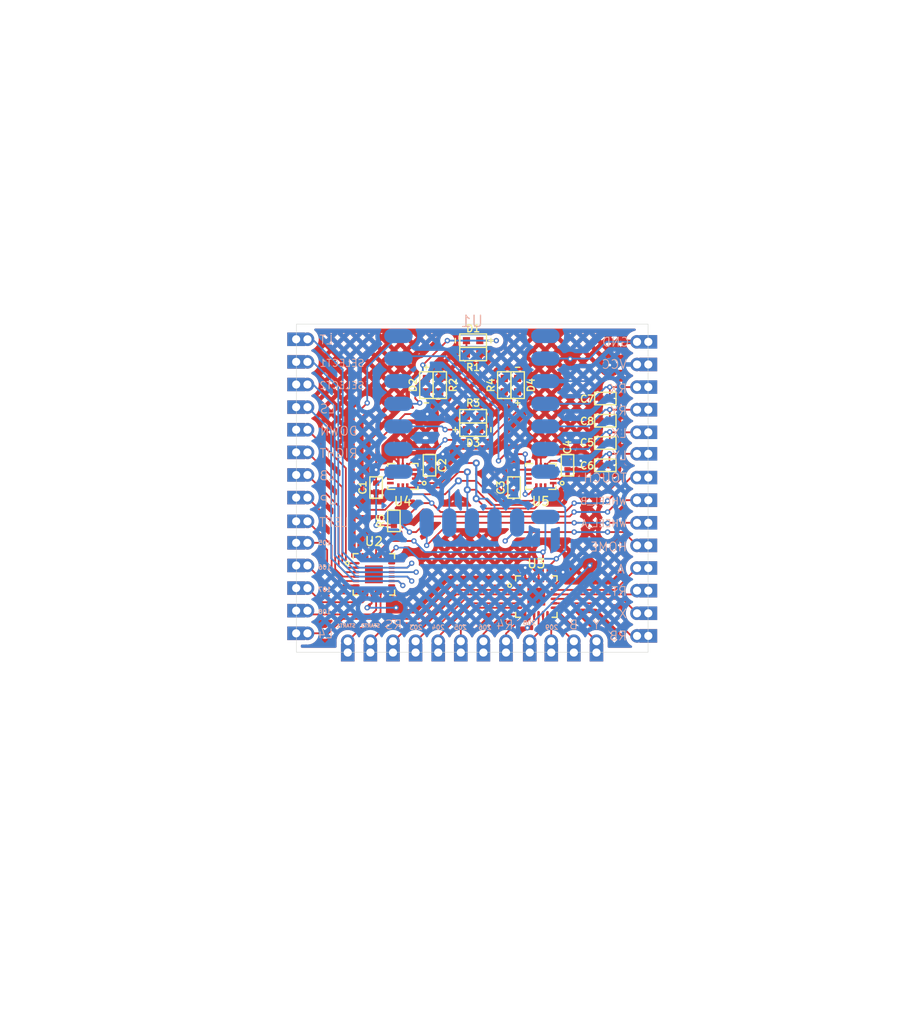
<source format=kicad_pcb>
(kicad_pcb (version 20240108) (generator "pcbnew") (generator_version "8.0")
  (layers (0 "F.Cu" signal) (31 "B.Cu" signal) (34 "B.Paste" user) (35 "F.Paste" user) (36 "B.SilkS" user "B.Silkscreen") (37 "F.SilkS" user "F.Silkscreen") (38 "B.Mask" user) (39 "F.Mask" user) (44 "Edge.Cuts" user))
  (net 0 "")
  (net 1 "SPI_CK")
  (net 2 "GND")
  (net 3 "I2C_SCL")
  (net 4 "SPI_TX")
  (net 5 "I2C_SDA")
  (net 6 "SPI_RX")
  (net 7 "VCC")
  (net 13 "/A10")
  (net 18 "SPI_CS-0")
  (net 19 "LED_UP")
  (net 20 "ThumbStick_LY")
  (net 21 "LED_LEFT")
  (net 22 "LED_DOWN")
  (net 23 "SPI_CS-1")
  (net 25 "ThumbStick_RX")
  (net 26 "ThumbStick_RY")
  (net 27 "BTN_HOME")
  (net 28 "LED_RIGHT")
  (net 29 "ThumbStick_LX")
  (net 30 "BTN_LS")
  (net 31 "BTN_LB")
  (net 32 "BTN_Select-2")
  (net 33 "BTN_Select-1")
  (net 34 "DPAD_DOWN")
  (net 35 "DPAD_LEFT")
  (net 36 "DPAD_RIGHT")
  (net 37 "BTN_L4-1")
  (net 38 "DPAD_UP")
  (net 39 "BTN_LT-1")
  (net 40 "BTN_RB")
  (net 41 "BTN_RS")
  (net 42 "BTN_R4-1")
  (net 43 "BTN_Y")
  (net 44 "BTN_A")
  (net 46 "BTN_Start-1")
  (net 47 "BTN_X")
  (net 48 "BTN_Start-2")
  (net 49 "BTN_B")
  (net 50 "BTN_RT-1")
  (net 51 "Net-(D1-K)")
  (net 52 "Net-(D2-K)")
  (net 53 "Net-(D3-K)")
  (net 54 "Net-(D4-K)")
  (net 55 "TOUCH_IN")
  (net 56 "TOUCH_OUT")
  (net 57 "WHEEL_B")
  (net 58 "WHEEL_A")
  (net 59 "108")
  (net 60 "107")
  (net 61 "105")
  (net 62 "106")
  (net 63 "204")
  (net 64 "205")
  (net 65 "206")
  (net 66 "208")
  (net 67 "209")
  (net 68 "203")
  (footprint "ILO_fp:0603" (layer "F.Cu") (at 91.9 63.75 180)
    (property "Reference" "R1")
    (property "Value" "R" (hide yes))
  )
  (footprint "Longmao_fp:邮票孔排针1x14PIN_2.54MM" (layer "F.Cu") (at 71.0518 96.48)
    (property "Reference" "J1" (hide yes))
    (property "Value" "Conn_01x14" (hide yes))
  )
  (footprint "ILO_fp:QFN24" (layer "F.Cu") (at 99 91)
    (property "Reference" "U3")
    (property "Value" "NXP_PCAL6416A" (hide yes))
  )
  (footprint "ILO_fp:0402" (layer "F.Cu") (at 106.75 71.25)
    (property "Reference" "C8")
    (property "Value" "C" (hide yes))
  )
  (footprint "ILO_fp:0603" (layer "F.Cu") (at 88.15 67.25 -90)
    (property "Reference" "R2")
    (property "Value" "R" (hide yes))
  )
  (footprint "Longmao_fp:邮票孔排针1x12PIN_2.54MM" (layer "F.Cu") (at 107.156 98.2482 90)
    (property "Reference" "J3" (hide yes))
    (property "Value" "Conn_01x12" (hide yes))
  )
  (footprint "ILO_fp:LGA14" (layer "F.Cu") (at 99.5 77.5 180)
    (property "Reference" "U5")
    (property "Value" "ST_LSM6" (hide yes))
  )
  (footprint "ILO_fp:0402" (layer "F.Cu") (at 106.75 73.75)
    (property "Reference" "C5")
    (property "Value" "C" (hide yes))
  )
  (footprint "ILO_fp:LGA14" (layer "F.Cu") (at 84 77.5 180)
    (property "Reference" "U4")
    (property "Value" "ST_LSM6" (hide yes))
  )
  (footprint "ILO_fp:QFN24" (layer "F.Cu") (at 80.75 88.5)
    (property "Reference" "U2")
    (property "Value" "NXP_PCAL6416A" (hide yes))
  )
  (footprint "ILO_fp:0603_d" (layer "F.Cu") (at 91.9 72.25 180)
    (property "Reference" "D3")
    (property "Value" "Diode" (hide yes))
  )
  (footprint "ILO_fp:0603" (layer "F.Cu") (at 95.4 67.25 90)
    (property "Reference" "R4")
    (property "Value" "R" (hide yes))
  )
  (footprint "ILO_fp:0603_d" (layer "F.Cu") (at 96.9 67.25 -90)
    (property "Reference" "D4")
    (property "Value" "Diode" (hide yes))
  )
  (footprint "ILO_fp:0603_d" (layer "F.Cu") (at 91.9 62.25)
    (property "Reference" "D1")
    (property "Value" "Diode" (hide yes))
  )
  (footprint "ILO_fp:0402" (layer "F.Cu") (at 96.5 78.75 90)
    (property "Reference" "C3")
    (property "Value" "C" (hide yes))
  )
  (footprint "ILO_fp:0402" (layer "F.Cu") (at 83 82.5 90)
    (property "Reference" "R5")
    (property "Value" "R6" (hide yes))
  )
  (footprint "ILO_fp:0603" (layer "F.Cu") (at 91.9 70.75)
    (property "Reference" "R3")
    (property "Value" "R" (hide yes))
  )
  (footprint "ILO_fp:0402" (layer "F.Cu") (at 81 78.75 90)
    (property "Reference" "C1")
    (property "Value" "C" (hide yes))
  )
  (footprint "ILO_fp:0402" (layer "F.Cu") (at 87 76.25 90)
    (property "Reference" "C2")
    (property "Value" "C" (hide yes))
  )
  (footprint "ILO_fp:0402" (layer "F.Cu") (at 106.75 76.25)
    (property "Reference" "C6")
    (property "Value" "C" (hide yes))
  )
  (footprint "ILO_fp:0402" (layer "F.Cu") (at 102.5 76.25 90)
    (property "Reference" "C4")
    (property "Value" "C" (hide yes))
  )
  (footprint "ILO_fp:0603_d" (layer "F.Cu") (at 86.65 67.25 90)
    (property "Reference" "D2")
    (property "Value" "Diode" (hide yes))
  )
  (footprint "Longmao_fp:邮票孔排针1x14PIN_2.54MM" (layer "F.Cu") (at 112.5482 61.03 180)
    (property "Reference" "J2" (hide yes))
    (property "Value" "Conn_01x14" (hide yes))
  )
  (footprint "ILO_fp:0402" (layer "F.Cu") (at 106.75 68.75)
    (property "Reference" "C7")
    (property "Value" "C" (hide yes))
  )
  (footprint "Longmao_fp:RP2040-ZERO_SMT" (layer "B.Cu") (at 92.65 71.25 180)
    (property "Reference" "U1")
    (property "Value" "微雪RP2040-ZERO" (hide yes))
  )
  (gr_rect (start 72.05 60.4) (end 111.55 97.25) (stroke (width 0.05)) (fill none) (layer "Edge.Cuts"))
  (gr_text "LB" (at 76.5 78 0) (layer "B.SilkS") (effects (font (size 1 1) (thickness 0.1)) (justify left bottom mirror)))
  (gr_text "X" (at 109.25 93.5 0) (layer "B.SilkS") (effects (font (size 1 1) (thickness 0.1)) (justify left bottom mirror)))
  (gr_text "208" (at 99 94.25 0) (layer "B.SilkS") (effects (font (size 0.5 0.5) (thickness 0.1)) (justify left bottom mirror)))
  (gr_text "LEFT" (at 78 83.25 0) (layer "B.SilkS") (effects (font (size 1 1) (thickness 0.1)) (justify left bottom mirror)))
  (gr_text "107" (at 76 90.5 0) (layer "B.SilkS") (effects (font (size 0.5 0.5) (thickness 0.1)) (justify left bottom mirror)))
  (gr_text "GND" (at 109.5 63 0) (layer "B.SilkS") (effects (font (size 1 1) (thickness 0.1)) (justify left bottom mirror)))
  (gr_text "B" (at 103.75 94.75 0) (layer "B.SilkS") (effects (font (size 1 1) (thickness 0.1)) (justify left bottom mirror)))
  (gr_text "HOME" (at 109.25 86 0) (layer "B.SilkS") (effects (font (size 1 1) (thickness 0.1)) (justify left bottom mirror)))
  (gr_text "SELECT1" (at 79.75 65.25 0) (layer "B.SilkS") (effects (font (size 0.8 0.8) (thickness 0.1)) (justify left bottom mirror)))
  (gr_text "TOUCH" (at 109.25 78.25 0) (layer "B.SilkS") (effects (font (size 1 1) (thickness 0.1)) (justify left bottom mirror)))
  (gr_text "205" (at 91.25 94.75 0) (layer "B.SilkS") (effects (font (size 0.5 0.5) (thickness 0.1)) (justify left bottom mirror)))
  (gr_text "DOWN" (at 79 73 0) (layer "B.SilkS") (effects (font (size 1 1) (thickness 0.1)) (justify left bottom mirror)))
  (gr_text "START2" (at 81.5 94.5 0) (layer "B.SilkS") (effects (font (size 0.4 0.4) (thickness 0.1)) (justify left bottom mirror)))
  (gr_text "UP" (at 76.75 80.75 0) (layer "B.SilkS") (effects (font (size 1 1) (thickness 0.1)) (justify left bottom mirror)))
  (gr_text "203" (at 86.25 94.75 0) (layer "B.SilkS") (effects (font (size 0.5 0.5) (thickness 0.1)) (justify left bottom mirror)))
  (gr_text "RB" (at 109.25 96 0) (layer "B.SilkS") (effects (font (size 1 1) (thickness 0.1)) (justify left bottom mirror)))
  (gr_text "204" (at 88.75 94.75 0) (layer "B.SilkS") (effects (font (size 0.5 0.5) (thickness 0.1)) (justify left bottom mirror)))
  (gr_text "SELECT2" (at 79.75 67.75 0) (layer "B.SilkS") (effects (font (size 0.8 0.8) (thickness 0.1)) (justify left bottom mirror)))
  (gr_text "RS" (at 84 94.75 0) (layer "B.SilkS") (effects (font (size 1 1) (thickness 0.1)) (justify left bottom mirror)))
  (gr_text "LX" (at 109.25 73.25 0) (layer "B.SilkS") (effects (font (size 1 1) (thickness 0.1)) (justify left bottom mirror)))
  (gr_text "RIGHT" (at 79 75.5 0) (layer "B.SilkS") (effects (font (size 1 1) (thickness 0.1)) (justify left bottom mirror)))
  (gr_text "LT" (at 76.25 62.75 0) (layer "B.SilkS") (effects (font (size 1 1) (thickness 0.1)) (justify left bottom mirror)))
  (gr_text "108" (at 76 93 0) (layer "B.SilkS") (effects (font (size 0.5 0.5) (thickness 0.1)) (justify left bottom mirror)))
  (gr_text "105" (at 76 85.25 0) (layer "B.SilkS") (effects (font (size 0.5 0.5) (thickness 0.1)) (justify left bottom mirror)))
  (gr_text "RT" (at 109.25 91 0) (layer "B.SilkS") (effects (font (size 1 1) (thickness 0.1)) (justify left bottom mirror)))
  (gr_text "Y" (at 106.25 94.75 0) (layer "B.SilkS") (effects (font (size 1 1) (thickness 0.1)) (justify left bottom mirror)))
  (gr_text "WHEEL_B" (at 109.25 80.75 0) (layer "B.SilkS") (effects (font (size 0.8 0.8) (thickness 0.1)) (justify left bottom mirror)))
  (gr_text "START1" (at 78.75 94.5 0) (layer "B.SilkS") (effects (font (size 0.4 0.4) (thickness 0.1) (bold yes)) (justify left bottom mirror)))
  (gr_text "VCC" (at 109.25 65.5 0) (layer "B.SilkS") (effects (font (size 1 1) (thickness 0.1)) (justify left bottom mirror)))
  (gr_text "RX" (at 109.25 68.25 0) (layer "B.SilkS") (effects (font (size 1 1) (thickness 0.1)) (justify left bottom mirror)))
  (gr_text "LY" (at 109.25 75.75 0) (layer "B.SilkS") (effects (font (size 1 1) (thickness 0.1)) (justify left bottom mirror)))
  (gr_text "A" (at 109 88.5 0) (layer "B.SilkS") (effects (font (size 1 1) (thickness 0.1)) (justify left bottom mirror)))
  (gr_text "209" (at 101.5 94.75 0) (layer "B.SilkS") (effects (font (size 0.5 0.5) (thickness 0.1)) (justify left bottom mirror)))
  (gr_text "RY" (at 109.25 70.75 0) (layer "B.SilkS") (effects (font (size 1 1) (thickness 0.1)) (justify left bottom mirror)))
  (gr_text "R4" (at 96.5 94.75 0) (layer "B.SilkS") (effects (font (size 1 1) (thickness 0.1)) (justify left bottom mirror)))
  (gr_text "106" (at 76 88 0) (layer "B.SilkS") (effects (font (size 0.5 0.5) (thickness 0.1)) (justify left bottom mirror)))
  (gr_text "L4" (at 76.25 95.75 0) (layer "B.SilkS") (effects (font (size 1 1) (thickness 0.1)) (justify left bottom mirror)))
  (gr_text "WHEEL_A" (at 109.25 83.25 0) (layer "B.SilkS") (effects (font (size 0.8 0.8) (thickness 0.1)) (justify left bottom mirror)))
  (gr_text "LS" (at 76.5 70.5 0) (layer "B.SilkS") (effects (font (size 1 1) (thickness 0.1)) (justify left bottom mirror)))
  (gr_text "206" (at 94 94.75 0) (layer "B.SilkS") (effects (font (size 0.5 0.5) (thickness 0.1)) (justify left bottom mirror)))
  (segment (start 99.5 78.648) (end 99.5 79.2605) (width 0.2) (layer "F.Cu") (net 1))
  (segment (start 99.5 79.2605) (end 98.5105 80.25) (width 0.2) (layer "F.Cu") (net 1))
  (segment (start 84 79.2605) (end 84.2395 79.5) (width 0.2) (layer "F.Cu") (net 1))
  (segment (start 84.2395 79.5) (end 88.75 79.5) (width 0.2) (layer "F.Cu") (net 1))
  (segment (start 84 78.648) (end 84 79.2605) (width 0.2) (layer "F.Cu") (net 1))
  (segment (start 92.25 78) (end 90.25 78) (width 0.2) (layer "F.Cu") (net 1))
  (segment (start 88.75 79.5) (end 90.25 78) (width 0.2) (layer "F.Cu") (net 1))
  (segment (start 94.5 80.25) (end 92.25 78) (width 0.2) (layer "F.Cu") (net 1))
  (segment (start 98.5105 80.25) (end 94.5 80.25) (width 0.2) (layer "F.Cu") (net 1))
  (via (at 90.25 78) (size 0.8) (drill 0.4) (layers "F.Cu" "B.Cu") (net 1))
  (segment (start 89.221 79.029) (end 89.221 82.68) (width 0.2) (layer "B.Cu") (net 1))
  (segment (start 90.25 78) (end 89.221 79.029) (width 0.2) (layer "B.Cu") (net 1))
  (segment (start 101.5 77.75) (end 102 78.25) (width 0.2) (layer "F.Cu") (net 2))
  (segment (start 98 94.5) (end 98.75 93.75) (width 0.2) (layer "F.Cu") (net 2))
  (segment (start 85.398 77.75) (end 86.25 77.75) (width 0.2) (layer "F.Cu") (net 2))
  (segment (start 100.898 77.25) (end 100.898 77.75) (width 0.2) (layer "F.Cu") (net 2))
  (segment (start 86.25 77.75) (end 87.75 77.75) (width 0.2) (layer "F.Cu") (net 2))
  (segment (start 95.25 79.25) (end 94.75 78.75) (width 0.2) (layer "F.Cu") (net 2))
  (segment (start 99.5 76.352) (end 99.5 75.25) (width 0.2) (layer "F.Cu") (net 2))
  (segment (start 82.75 90.25) (end 83.5 91) (width 0.2) (layer "F.Cu") (net 2))
  (segment (start 96.5 79.25) (end 95.25 79.25) (width 0.2) (layer "F.Cu") (net 2))
  (segment (start 98.75 93.75) (end 98.75 93) (width 0.2) (layer "F.Cu") (net 2))
  (segment (start 84 76.352) (end 84 75.25) (width 0.2) (layer "F.Cu") (net 2))
  (segment (start 87.75 77.75) (end 88.5 77) (width 0.2) (layer "F.Cu") (net 2))
  (segment (start 85.398 77.25) (end 85.398 77.75) (width 0.2) (layer "F.Cu") (net 2))
  (segment (start 80.5 91.75) (end 80 92.25) (width 0.2) (layer "F.Cu") (net 2))
  (segment (start 83.5 76) (end 83 75.5) (width 0.2) (layer "F.Cu") (net 2))
  (segment (start 100.898 77.75) (end 101.5 77.75) (width 0.2) (layer "F.Cu") (net 2))
  (segment (start 99 75.75) (end 98.75 75.5) (width 0.2) (layer "F.Cu") (net 2))
  (segment (start 99 76.352) (end 99 75.75) (width 0.2) (layer "F.Cu") (net 2))
  (segment (start 87 76.75) (end 88 76.75) (width 0.2) (layer "F.Cu") (net 2))
  (segment (start 80.5 90.5) (end 80.5 91.75) (width 0.2) (layer "F.Cu") (net 2))
  (segment (start 83.5 76.352) (end 83.5 76) (width 0.2) (layer "F.Cu") (net 2))
  (segment (start 82.75 89.75) (end 82.75 90.25) (width 0.2) (layer "F.Cu") (net 2))
  (segment (start 88 76.75) (end 88.5 76.25) (width 0.2) (layer "F.Cu") (net 2))
  (via (at 105 87.5) (size 0.6) (drill 0.3) (layers "F.Cu" "B.Cu") (net 2))
  (via (at 83.25 92.25) (size 0.6) (drill 0.3) (layers "F.Cu" "B.Cu") (net 2))
  (via (at 102.8 64.3) (size 0.6) (drill 0.3) (layers "F.Cu" "B.Cu") (net 2))
  (via (at 80 92.25) (size 0.6) (drill 0.3) (layers "F.Cu" "B.Cu") (net 2))
  (via (at 98 94.5) (size 0.6) (drill 0.3) (layers "F.Cu" "B.Cu") (net 2))
  (segment (start 102.765 64.265) (end 100.016 64.265) (width 0.2) (layer "B.Cu") (net 2))
  (segment (start 98 94.5) (end 105 87.5) (width 0.2) (layer "B.Cu") (net 2))
  (segment (start 102.8 64.3) (end 102.765 64.265) (width 0.2) (layer "B.Cu") (net 2))
  (segment (start 102.835 64.265) (end 104.985 64.265) (width 0.2) (layer "B.Cu") (net 2))
  (segment (start 105 87.5) (end 105.25 87.25) (width 0.2) (layer "B.Cu") (net 2))
  (segment (start 80 92.25) (end 83.25 92.25) (width 0.2) (layer "B.Cu") (net 2))
  (segment (start 104.985 64.265) (end 106.86 62.39) (width 0.2) (layer "B.Cu") (net 2))
  (segment (start 106.86 62.39) (end 110.31 62.39) (width 0.2) (layer "B.Cu") (net 2))
  (segment (start 102.8 64.3) (end 102.835 64.265) (width 0.2) (layer "B.Cu") (net 2))
  (segment (start 82.25 86.5) (end 82 86.5) (width 0.2) (layer "F.Cu") (net 3))
  (segment (start 100.25 87.75) (end 100.25 89) (width 0.2) (layer "F.Cu") (net 3))
  (segment (start 83.25 85.5) (end 82.25 86.5) (width 0.2) (layer "F.Cu") (net 3))
  (segment (start 101.25 86.75) (end 100.25 87.75) (width 0.2) (layer "F.Cu") (net 3))
  (via (at 83.25 85.5) (size 0.6) (drill 0.3) (layers "F.Cu" "B.Cu") (net 3))
  (via (at 101.25 86.75) (size 0.6) (drill 0.3) (layers "F.Cu" "B.Cu") (net 3))
  (segment (start 100.755 79.505) (end 100.016 79.505) (width 0.2) (layer "B.Cu") (net 3))
  (segment (start 102.25 81) (end 100.755 79.505) (width 0.2) (layer "B.Cu") (net 3))
  (segment (start 84.5 85.5) (end 85.75 86.75) (width 0.2) (layer "B.Cu") (net 3))
  (segment (start 83.25 85.5) (end 84.5 85.5) (width 0.2) (layer "B.Cu") (net 3))
  (segment (start 85.75 86.75) (end 101.25 86.75) (width 0.2) (layer "B.Cu") (net 3))
  (segment (start 102.25 85.75) (end 102.25 81) (width 0.2) (layer "B.Cu") (net 3))
  (segment (start 101.25 86.75) (end 102.25 85.75) (width 0.2) (layer "B.Cu") (net 3))
  (segment (start 98.626186 80.7) (end 93.93995 80.7) (width 0.2) (layer "F.Cu") (net 4))
  (segment (start 90.26005 77) (end 91.25 77) (width 0.2) (layer "F.Cu") (net 4))
  (segment (start 84.602 78.75) (end 88.51005 78.75) (width 0.2) (layer "F.Cu") (net 4))
  (segment (start 88.51005 78.75) (end 90.26005 77) (width 0.2) (layer "F.Cu") (net 4))
  (segment (start 100 79.326186) (end 98.626186 80.7) (width 0.2) (layer "F.Cu") (net 4))
  (segment (start 100 78.648) (end 100 79.326186) (width 0.2) (layer "F.Cu") (net 4))
  (segment (start 92.23995 79) (end 91.25 79) (width 0.2) (layer "F.Cu") (net 4))
  (segment (start 93.93995 80.7) (end 92.23995 79) (width 0.2) (layer "F.Cu") (net 4))
  (segment (start 84.5 78.648) (end 84.602 78.75) (width 0.2) (layer "F.Cu") (net 4))
  (via (at 91.25 79) (size 0.8) (drill 0.4) (layers "F.Cu" "B.Cu") (net 4))
  (via (at 91.25 77) (size 0.8) (drill 0.4) (layers "F.Cu" "B.Cu") (net 4))
  (segment (start 91.25 82.169) (end 91.761 82.68) (width 0.2) (layer "B.Cu") (net 4))
  (segment (start 91.25 79) (end 91.25 77) (width 0.25) (layer "B.Cu") (net 4))
  (segment (start 91.25 79) (end 91.25 82.169) (width 0.2) (layer "B.Cu") (net 4))
  (segment (start 85.25 84.75) (end 82.5 84.75) (width 0.2) (layer "F.Cu") (net 5))
  (segment (start 82.5 84.75) (end 81.5 85.75) (width 0.2) (layer "F.Cu") (net 5))
  (segment (start 99.75 86) (end 99.75 89) (width 0.2) (layer "F.Cu") (net 5))
  (segment (start 81.5 85.75) (end 81.5 86.5) (width 0.2) (layer "F.Cu") (net 5))
  (via (at 99.75 86) (size 0.6) (drill 0.3) (layers "F.Cu" "B.Cu") (net 5))
  (via (at 85.25 84.75) (size 0.6) (drill 0.3) (layers "F.Cu" "B.Cu") (net 5))
  (segment (start 99.75 86) (end 100.016 85.734) (width 0.2) (layer "B.Cu") (net 5))
  (segment (start 85.25 84.75) (end 86.5 86) (width 0.2) (layer "B.Cu") (net 5))
  (segment (start 100.016 85.734) (end 100.016 82.045) (width 0.2) (layer "B.Cu") (net 5))
  (segment (start 86.5 86) (end 99.75 86) (width 0.2) (layer "B.Cu") (net 5))
  (segment (start 93.35 81.1) (end 92.25 80) (width 0.2) (layer "F.Cu") (net 6))
  (segment (start 100.898 78.25) (end 100.898 78.993872) (width 0.2) (layer "F.Cu") (net 6))
  (segment (start 98.791872 81.1) (end 93.35 81.1) (width 0.2) (layer "F.Cu") (net 6))
  (segment (start 100.898 78.993872) (end 98.791872 81.1) (width 0.2) (layer "F.Cu") (net 6))
  (segment (start 85.398 78.25) (end 88.25 78.25) (width 0.2) (layer "F.Cu") (net 6))
  (segment (start 90.5 76) (end 92.25 76) (width 0.2) (layer "F.Cu") (net 6))
  (segment (start 88.25 78.25) (end 90.5 76) (width 0.2) (layer "F.Cu") (net 6))
  (via (at 92.25 76) (size 0.8) (drill 0.4) (layers "F.Cu" "B.Cu") (net 6))
  (via (at 92.25 80) (size 0.8) (drill 0.4) (layers "F.Cu" "B.Cu") (net 6))
  (segment (start 94.301 80.801) (end 94.301 82.68) (width 0.2) (layer "B.Cu") (net 6))
  (segment (start 92.25 80) (end 92.25 76) (width 0.25) (layer "B.Cu") (net 6))
  (segment (start 93.5 80) (end 94.301 80.801) (width 0.2) (layer "B.Cu") (net 6))
  (segment (start 92.25 80) (end 93.5 80) (width 0.2) (layer "B.Cu") (net 6))
  (segment (start 96.5 76.75) (end 96.5 78.25) (width 0.2) (layer "F.Cu") (net 7))
  (segment (start 97.75 87.75) (end 97.75 89) (width 0.2) (layer "F.Cu") (net 7))
  (segment (start 81 86.5) (end 81 85.25) (width 0.2) (layer "F.Cu") (net 7))
  (segment (start 97.75 89) (end 98.25 89) (width 0.2) (layer "F.Cu") (net 7))
  (segment (start 100 76.352) (end 100.602 75.75) (width 0.2) (layer "F.Cu") (net 7))
  (segment (start 98.514508 87.75) (end 99.25 88.485492) (width 0.2) (layer "F.Cu") (net 7))
  (segment (start 80 86.5) (end 80 85.25) (width 0.2) (layer "F.Cu") (net 7))
  (segment (start 102 88.25) (end 102 88.75) (width 0.2) (layer "F.Cu") (net 7))
  (segment (start 102.5 75.75) (end 104 75.75) (width 0.2) (layer "F.Cu") (net 7))
  (segment (start 84.25 70.5) (end 86.75 70.5) (width 0.2) (layer "F.Cu") (net 7))
  (segment (start 107.25 65) (end 107.32 64.93) (width 0.2) (layer "F.Cu") (net 7))
  (segment (start 97.75 87.75) (end 98.514508 87.75) (width 0.2) (layer "F.Cu") (net 7))
  (segment (start 102 88.75) (end 101 89.75) (width 0.2) (layer "F.Cu") (net 7))
  (segment (start 85.102 75.75) (end 87 75.75) (width 0.2) (layer "F.Cu") (net 7))
  (segment (start 79.5 86.5) (end 80 86.5) (width 0.2) (layer "F.Cu") (net 7))
  (segment (start 80 85.25) (end 80.5 84.75) (width 0.2) (layer "F.Cu") (net 7))
  (segment (start 81 73.75) (end 84.25 70.5) (width 0.2) (layer "F.Cu") (net 7))
  (segment (start 87 75.75) (end 87.75 75.75) (width 0.2) (layer "F.Cu") (net 7))
  (segment (start 81 76.75) (end 81 73.75) (width 0.2) (layer "F.Cu") (net 7))
  (segment (start 84.5 76.352) (end 85.102 75.75) (width 0.2) (layer "F.Cu") (net 7))
  (segment (start 81 85.25) (end 80.5 84.75) (width 0.2) (layer "F.Cu") (net 7))
  (segment (start 107.32 64.93) (end 110.31 64.93) (width 0.2) (layer "F.Cu") (net 7))
  (segment (start 99.25 88.485492) (end 99.25 89) (width 0.2) (layer "F.Cu") (net 7))
  (segment (start 96.5 76.75) (end 98.102 76.75) (width 0.2) (layer "F.Cu") (net 7))
  (segment (start 87.75 75.75) (end 88.5 75) (width 0.2) (layer "F.Cu") (net 7))
  (segment (start 100.602 75.75) (end 102.5 75.75) (width 0.2) (layer "F.Cu") (net 7))
  (segment (start 81 76.75) (end 82.602 76.75) (width 0.2) (layer "F.Cu") (net 7))
  (segment (start 81 76.75) (end 81 78.25) (width 0.2) (layer "F.Cu") (net 7))
  (via (at 88.5 75) (size 0.6) (drill 0.3) (layers "F.Cu" "B.Cu") (net 7))
  (via (at 107.25 65) (size 0.6) (drill 0.3) (layers "F.Cu" "B.Cu") (net 7))
  (via (at 81 76.75) (size 0.6) (drill 0.3) (layers "F.Cu" "B.Cu") (net 7))
  (via (at 96.5 76.75) (size 0.6) (drill 0.3) (layers "F.Cu" "B.Cu") (net 7))
  (via (at 86.75 70.5) (size 0.6) (drill 0.3) (layers "F.Cu" "B.Cu") (net 7))
  (via (at 102 88.25) (size 0.6) (drill 0.3) (layers "F.Cu" "B.Cu") (net 7))
  (via (at 80.5 84.75) (size 0.6) (drill 0.3) (layers "F.Cu" "B.Cu") (net 7))
  (via (at 97.75 87.75) (size 0.6) (drill 0.3) (layers "F.Cu" "B.Cu") (net 7))
  (via (at 104 75.75) (size 0.6) (drill 0.3) (layers "F.Cu" "B.Cu") (net 7))
  (segment (start 107.18 64.93) (end 107.25 65) (width 0.2) (layer "B.Cu") (net 7))
  (segment (start 100.016 66.805) (end 104.695 66.805) (width 0.2) (layer "B.Cu") (net 7))
  (segment (start 106.57 64.93) (end 107.18 64.93) (width 0.2) (layer "B.Cu") (net 7))
  (segment (start 104.695 66.805) (end 106.57 64.93) (width 0.2) (layer "B.Cu") (net 7))
  (segment (start 107.25 65) (end 107.32 64.93) (width 0.2) (layer "B.Cu") (net 7))
  (segment (start 79.25 81.25) (end 82 81.25) (width 0.2) (layer "F.Cu") (net 18))
  (segment (start 80 69.25) (end 78.5 70.75) (width 0.2) (layer "F.Cu") (net 18))
  (segment (start 78.5 80.5) (end 79.25 81.25) (width 0.2) (layer "F.Cu") (net 18))
  (segment (start 82 81.25) (end 83.5 79.75) (width 0.2) (layer "F.Cu") (net 18))
  (segment (start 83.5 79.75) (end 83.5 78.648) (width 0.2) (layer "F.Cu") (net 18))
  (segment (start 78.5 70.75) (end 78.5 80.5) (width 0.2) (layer "F.Cu") (net 18))
  (via (at 80 69.25) (size 0.6) (drill 0.3) (layers "F.Cu" "B.Cu") (net 18))
  (segment (start 80 69.25) (end 80 65.231) (width 0.2) (layer "B.Cu") (net 18))
  (segment (start 80 65.231) (end 83.506 61.725) (width 0.2) (layer "B.Cu") (net 18))
  (segment (start 86.25 65) (end 89 62.25) (width 0.2) (layer "F.Cu") (net 19))
  (segment (start 94.5 62.25) (end 92.65 62.25) (width 0.2) (layer "F.Cu") (net 19))
  (via (at 89 62.25) (size 0.6) (drill 0.3) (layers "F.Cu" "B.Cu") (net 19))
  (via (at 86.25 65) (size 0.6) (drill 0.3) (layers "F.Cu" "B.Cu") (net 19))
  (via (at 94.5 62.25) (size 0.6) (drill 0.3) (layers "F.Cu" "B.Cu") (net 19))
  (segment (start 89 62.25) (end 94.5 62.25) (width 0.2) (layer "B.Cu") (net 19))
  (segment (start 86.25 65) (end 86.25 65.65) (width 0.2) (layer "B.Cu") (net 19))
  (segment (start 86.25 65.65) (end 85.095 66.805) (width 0.2) (layer "B.Cu") (net 19))
  (segment (start 85.095 66.805) (end 83.506 66.805) (width 0.2) (layer "B.Cu") (net 19))
  (segment (start 107.213 74.963) (end 107.213 76.213) (width 0.2) (layer "F.Cu") (net 20))
  (segment (start 107.213 74.963) (end 110.31 74.963) (width 0.2) (layer "F.Cu") (net 20))
  (segment (start 107.213 76.213) (end 107.25 76.25) (width 0.2) (layer "F.Cu") (net 20))
  (via (at 107.213 74.963) (size 0.6) (drill 0.3) (layers "F.Cu" "B.Cu") (net 20))
  (segment (start 104.785 76.965) (end 100.016 76.965) (width 0.2) (layer "B.Cu") (net 20))
  (segment (start 107.213 74.963) (end 107.287 74.963) (width 0.2) (layer "B.Cu") (net 20))
  (segment (start 107.213 74.963) (end 106.787 74.963) (width 0.2) (layer "B.Cu") (net 20))
  (segment (start 106.787 74.963) (end 104.785 76.965) (width 0.2) (layer "B.Cu") (net 20))
  (segment (start 85.4 67.425) (end 86.325 66.5) (width 0.2) (layer "F.Cu") (net 21))
  (segment (start 85.9 69.25) (end 85.4 68.75) (width 0.2) (layer "F.Cu") (net 21))
  (segment (start 86.325 66.5) (end 86.65 66.5) (width 0.2) (layer "F.Cu") (net 21))
  (segment (start 85.4 68.75) (end 85.4 67.425) (width 0.2) (layer "F.Cu") (net 21))
  (via (at 85.9 69.25) (size 0.6) (drill 0.3) (layers "F.Cu" "B.Cu") (net 21))
  (segment (start 85.805 69.345) (end 83.506 69.345) (width 0.2) (layer "B.Cu") (net 21))
  (segment (start 85.9 69.25) (end 85.805 69.345) (width 0.2) (layer "B.Cu") (net 21))
  (segment (start 88.75 72.25) (end 91.15 72.25) (width 0.2) (layer "F.Cu") (net 22))
  (via (at 88.75 72.25) (size 0.6) (drill 0.3) (layers "F.Cu" "B.Cu") (net 22))
  (segment (start 88.75 72.25) (end 88.385 71.885) (width 0.2) (layer "B.Cu") (net 22))
  (segment (start 88.385 71.885) (end 83.506 71.885) (width 0.2) (layer "B.Cu") (net 22))
  (segment (start 97.75 79.5) (end 98.148 79.5) (width 0.2) (layer "F.Cu") (net 23))
  (segment (start 94.75 75.75) (end 95.5 75) (width 0.2) (layer "F.Cu") (net 23))
  (segment (start 98.148 79.5) (end 99 78.648) (width 0.2) (layer "F.Cu") (net 23))
  (segment (start 95.5 75) (end 97.75 75) (width 0.2) (layer "F.Cu") (net 23))
  (via (at 97.75 79.5) (size 0.6) (drill 0.3) (layers "F.Cu" "B.Cu") (net 23))
  (via (at 94.75 75.75) (size 0.6) (drill 0.3) (layers "F.Cu" "B.Cu") (net 23))
  (via (at 97.75 75) (size 0.6) (drill 0.3) (layers "F.Cu" "B.Cu") (net 23))
  (segment (start 83.771 64) (end 83.506 64.265) (width 0.2) (layer "B.Cu") (net 23))
  (segment (start 94.75 75.75) (end 94.75 70) (width 0.2) (layer "B.Cu") (net 23))
  (segment (start 88.75 64) (end 83.771 64) (width 0.2) (layer "B.Cu") (net 23))
  (segment (start 94.75 70) (end 88.75 64) (width 0.2) (layer "B.Cu") (net 23))
  (segment (start 97.75 75) (end 97.75 79.5) (width 0.2) (layer "B.Cu") (net 23))
  (segment (start 83.521 64.25) (end 83.506 64.265) (width 0.2) (layer "B.Cu") (net 23))
  (segment (start 107.25 67.47) (end 110.31 67.47) (width 0.2) (layer "F.Cu") (net 25))
  (segment (start 107.25 68.75) (end 107.25 67.47) (width 0.2) (layer "F.Cu") (net 25))
  (via (at 107.25 67.47) (size 0.6) (drill 0.3) (layers "F.Cu" "B.Cu") (net 25))
  (segment (start 104.905 69.345) (end 100.016 69.345) (width 0.2) (layer "B.Cu") (net 25))
  (segment (start 107.25 67.47) (end 106.78 67.47) (width 0.2) (layer "B.Cu") (net 25))
  (segment (start 106.78 67.47) (end 104.905 69.345) (width 0.2) (layer "B.Cu") (net 25))
  (segment (start 107.26 70.01) (end 110.31 70.01) (width 0.2) (layer "F.Cu") (net 26))
  (segment (start 107.25 70) (end 107.25 71.25) (width 0.2) (layer "F.Cu") (net 26))
  (segment (start 107.25 70) (end 107.26 70.01) (width 0.2) (layer "F.Cu") (net 26))
  (via (at 107.25 70) (size 0.6) (drill 0.3) (layers "F.Cu" "B.Cu") (net 26))
  (segment (start 107.24 70.01) (end 106.74 70.01) (width 0.2) (layer "B.Cu") (net 26))
  (segment (start 104.865 71.885) (end 100.016 71.885) (width 0.2) (layer "B.Cu") (net 26))
  (segment (start 107.25 70) (end 107.24 70.01) (width 0.2) (layer "B.Cu") (net 26))
  (segment (start 106.74 70.01) (end 104.865 71.885) (width 0.2) (layer "B.Cu") (net 26))
  (segment (start 107 83.75) (end 108.81 83.75) (width 0.2) (layer "F.Cu") (net 27))
  (segment (start 96.5 83.75) (end 95.5 84.75) (width 0.2) (layer "F.Cu") (net 27))
  (segment (start 108.81 83.75) (end 110.31 85.25) (width 0.2) (layer "F.Cu") (net 27))
  (segment (start 103.25 83.75) (end 96.5 83.75) (width 0.2) (layer "F.Cu") (net 27))
  (via (at 103.25 83.75) (size 0.6) (drill 0.3) (layers "F.Cu" "B.Cu") (net 27))
  (via (at 95.5 84.75) (size 0.6) (drill 0.3) (layers "F.Cu" "B.Cu") (net 27))
  (via (at 107 83.75) (size 0.6) (drill 0.3) (layers "F.Cu" "B.Cu") (net 27))
  (segment (start 95.5 84.75) (end 96.841 83.409) (width 0.2) (layer "B.Cu") (net 27))
  (segment (start 96.841 83.409) (end 96.841 82.68) (width 0.2) (layer "B.Cu") (net 27))
  (segment (start 103.25 83.75) (end 107 83.75) (width 0.2) (layer "B.Cu") (net 27))
  (segment (start 96.9 70.1) (end 96.9 68) (width 0.2) (layer "F.Cu") (net 28))
  (segment (start 93.6 73.4) (end 96.9 70.1) (width 0.2) (layer "F.Cu") (net 28))
  (segment (start 88.75 73.4) (end 93.6 73.4) (width 0.2) (layer "F.Cu") (net 28))
  (via (at 88.75 73.4) (size 0.6) (drill 0.3) (layers "F.Cu" "B.Cu") (net 28))
  (segment (start 87.725 74.425) (end 83.506 74.425) (width 0.2) (layer "B.Cu") (net 28))
  (segment (start 88.75 73.4) (end 87.725 74.425) (width 0.2) (layer "B.Cu") (net 28))
  (segment (start 107.25 73.75) (end 107.25 72.5) (width 0.2) (layer "F.Cu") (net 29))
  (segment (start 107.25 72.5) (end 107.3 72.55) (width 0.2) (layer "F.Cu") (net 29))
  (segment (start 107.3 72.55) (end 110.31 72.55) (width 0.2) (layer "F.Cu") (net 29))
  (via (at 107.25 72.5) (size 0.6) (drill 0.3) (layers "F.Cu" "B.Cu") (net 29))
  (segment (start 104.825 74.425) (end 100.016 74.425) (width 0.2) (layer "B.Cu") (net 29))
  (segment (start 107.25 72.5) (end 106.75 72.5) (width 0.2) (layer "B.Cu") (net 29))
  (segment (start 106.75 72.5) (end 104.825 74.425) (width 0.2) (layer "B.Cu") (net 29))
  (segment (start 83.5 89.25) (end 82.75 89.25) (width 0.2) (layer "F.Cu") (net 30))
  (segment (start 84 89.75) (end 83.5 89.25) (width 0.2) (layer "F.Cu") (net 30))
  (via (at 84 89.75) (size 0.6) (drill 0.3) (layers "F.Cu" "B.Cu") (net 30))
  (segment (start 75.95 86.7) (end 75.95 72.38) (width 0.2) (layer "B.Cu") (net 30))
  (segment (start 75.95 72.38) (end 73.29 69.72) (width 0.2) (layer "B.Cu") (net 30))
  (segment (start 78.5 89.25) (end 75.95 86.7) (width 0.2) (layer "B.Cu") (net 30))
  (segment (start 83.5 89.25) (end 78.5 89.25) (width 0.2) (layer "B.Cu") (net 30))
  (segment (start 84 89.75) (end 83.5 89.25) (width 0.2) (layer "B.Cu") (net 30))
  (segment (start 78.75 88.25) (end 77.5 88.25) (width 0.2) (layer "F.Cu") (net 31))
  (segment (start 76.8 87.55) (end 76.8 80.85) (width 0.2) (layer "F.Cu") (net 31))
  (segment (start 76.8 80.85) (end 73.29 77.34) (width 0.2) (layer "F.Cu") (net 31))
  (segment (start 77.5 88.25) (end 76.8 87.55) (width 0.2) (layer "F.Cu") (net 31))
  (segment (start 85 89.25) (end 84.5 88.75) (width 0.2) (layer "F.Cu") (net 32))
  (segment (start 84.5 88.75) (end 82.75 88.75) (width 0.2) (layer "F.Cu") (net 32))
  (via (at 85 89.25) (size 0.6) (drill 0.3) (layers "F.Cu" "B.Cu") (net 32))
  (segment (start 85 89.25) (end 84.5 88.75) (width 0.2) (layer "B.Cu") (net 32))
  (segment (start 78.75 88.75) (end 76.35 86.35) (width 0.2) (layer "B.Cu") (net 32))
  (segment (start 76.35 69.6) (end 73.93 67.18) (width 0.2) (layer "B.Cu") (net 32))
  (segment (start 84.5 88.75) (end 78.75 88.75) (width 0.2) (layer "B.Cu") (net 32))
  (segment (start 76.35 86.35) (end 76.35 69.6) (width 0.2) (layer "B.Cu") (net 32))
  (segment (start 73.93 67.18) (end 73.29 67.18) (width 0.2) (layer "B.Cu") (net 32))
  (segment (start 85.5 88.25) (end 82.75 88.25) (width 0.2) (layer "F.Cu") (net 33))
  (via (at 85.5 88.25) (size 0.6) (drill 0.3) (layers "F.Cu" "B.Cu") (net 33))
  (segment (start 76.75 86.184314) (end 76.75 67.5) (width 0.2) (layer "B.Cu") (net 33))
  (segment (start 73.89 64.64) (end 73.29 64.64) (width 0.2) (layer "B.Cu") (net 33))
  (segment (start 85.5 88.25) (end 78.815686 88.25) (width 0.2) (layer "B.Cu") (net 33))
  (segment (start 78.815686 88.25) (end 76.75 86.184314) (width 0.2) (layer "B.Cu") (net 33))
  (segment (start 76.75 67.5) (end 73.89 64.64) (width 0.2) (layer "B.Cu") (net 33))
  (segment (start 77.6 87.034314) (end 77.6 76.57) (width 0.2) (layer "F.Cu") (net 34))
  (segment (start 77.815686 87.25) (end 77.6 87.034314) (width 0.2) (layer "F.Cu") (net 34))
  (segment (start 77.6 76.57) (end 73.29 72.26) (width 0.2) (layer "F.Cu") (net 34))
  (segment (start 78.75 87.25) (end 77.815686 87.25) (width 0.2) (layer "F.Cu") (net 34))
  (segment (start 76 88.184314) (end 76 85.257) (width 0.2) (layer "F.Cu") (net 35))
  (segment (start 78.75 89.25) (end 77.065686 89.25) (width 0.2) (layer "F.Cu") (net 35))
  (segment (start 76 85.257) (end 73.29 82.547) (width 0.2) (layer "F.Cu") (net 35))
  (segment (start 77.065686 89.25) (end 76 88.184314) (width 0.2) (layer "F.Cu") (net 35))
  (segment (start 77.2 78.71) (end 73.29 74.8) (width 0.2) (layer "F.Cu") (net 36))
  (segment (start 78.75 87.75) (end 77.75 87.75) (width 0.2) (layer "F.Cu") (net 36))
  (segment (start 77.2 87.2) (end 77.2 78.71) (width 0.2) (layer "F.Cu") (net 36))
  (segment (start 77.75 87.75) (end 77.2 87.2) (width 0.2) (layer "F.Cu") (net 36))
  (segment (start 81.5 92.75) (end 80.75 93.5) (width 0.2) (layer "F.Cu") (net 37))
  (segment (start 75.63 95.12) (end 73.29 95.12) (width 0.2) (layer "F.Cu") (net 37))
  (segment (start 80.75 93.5) (end 77.25 93.5) (width 0.2) (layer "F.Cu") (net 37))
  (segment (start 81.5 90.5) (end 81.5 92.75) (width 0.2) (layer "F.Cu") (net 37))
  (segment (start 77.25 93.5) (end 75.63 95.12) (width 0.2) (layer "F.Cu") (net 37))
  (segment (start 78.75 88.75) (end 77.25 88.75) (width 0.2) (layer "F.Cu") (net 38))
  (segment (start 76.4 87.9) (end 76.4 82.99) (width 0.2) (layer "F.Cu") (net 38))
  (segment (start 77.25 88.75) (end 76.4 87.9) (width 0.2) (layer "F.Cu") (net 38))
  (segment (start 76.4 82.99) (end 73.29 79.88) (width 0.2) (layer "F.Cu") (net 38))
  (segment (start 85 87.25) (end 84.5 87.75) (width 0.2) (layer "F.Cu") (net 39))
  (segment (start 84.5 87.75) (end 82.75 87.75) (width 0.2) (layer "F.Cu") (net 39))
  (via (at 85 87.25) (size 0.6) (drill 0.3) (layers "F.Cu" "B.Cu") (net 39))
  (segment (start 79 87.75) (end 77.25 86) (width 0.2) (layer "B.Cu") (net 39))
  (segment (start 84.5 87.75) (end 79 87.75) (width 0.2) (layer "B.Cu") (net 39))
  (segment (start 85 87.25) (end 84.5 87.75) (width 0.2) (layer "B.Cu") (net 39))
  (segment (start 77.25 86) (end 77.25 65.5) (width 0.2) (layer "B.Cu") (net 39))
  (segment (start 77.25 65.5) (end 73.85 62.1) (width 0.2) (layer "B.Cu") (net 39))
  (segment (start 73.85 62.1) (end 73.29 62.1) (width 0.2) (layer "B.Cu") (net 39))
  (segment (start 109.66 95.41) (end 110.31 95.41) (width 0.2) (layer "F.Cu") (net 40))
  (segment (start 101 91.75) (end 106 91.75) (width 0.2) (layer "F.Cu") (net 40))
  (segment (start 106 91.75) (end 109.66 95.41) (width 0.2) (layer "F.Cu") (net 40))
  (segment (start 97 90.75) (end 90 90.75) (width 0.2) (layer "F.Cu") (net 41))
  (segment (start 84.5 94.5) (end 82.99 96.01) (width 0.2) (layer "F.Cu") (net 41))
  (segment (start 90 90.75) (end 86.25 94.5) (width 0.2) (layer "F.Cu") (net 41))
  (segment (start 86.25 94.5) (end 84.5 94.5) (width 0.2) (layer "F.Cu") (net 41))
  (segment (start 82.99 96.01) (end 82.896 96.01) (width 0.2) (layer "F.Cu") (net 41))
  (segment (start 98.25 93.5) (end 98 93.75) (width 0.2) (layer "F.Cu") (net 42))
  (segment (start 98.25 93) (end 98.25 93.5) (width 0.2) (layer "F.Cu") (net 42))
  (segment (start 95.596 95.154) (end 95.596 96.01) (width 0.2) (layer "F.Cu") (net 42))
  (segment (start 97 93.75) (end 95.596 95.154) (width 0.2) (layer "F.Cu") (net 42))
  (segment (start 98 93.75) (end 97 93.75) (width 0.2) (layer "F.Cu") (net 42))
  (segment (start 101 92.25) (end 101.996 92.25) (width 0.2) (layer "F.Cu") (net 43))
  (segment (start 101.996 92.25) (end 105.756 96.01) (width 0.2) (layer "F.Cu") (net 43))
  (segment (start 107.85 90.25) (end 110.31 87.79) (width 0.2) (layer "F.Cu") (net 44))
  (segment (start 101 90.25) (end 107.85 90.25) (width 0.2) (layer "F.Cu") (net 44))
  (segment (start 97 89.75) (end 89.5 89.75) (width 0.2) (layer "F.Cu") (net 46))
  (segment (start 79.326 94.5) (end 77.816 96.01) (width 0.2) (layer "F.Cu") (net 46))
  (segment (start 82.300314 93.5) (end 81.300314 94.5) (width 0.2) (layer "F.Cu") (net 46))
  (segment (start 89.5 89.75) (end 85.75 93.5) (width 0.2) (layer "F.Cu") (net 46))
  (segment (start 81.300314 94.5) (end 79.326 94.5) (width 0.2) (layer "F.Cu") (net 46))
  (segment (start 85.75 93.5) (end 82.300314 93.5) (width 0.2) (layer "F.Cu") (net 46))
  (segment (start 108.69 91.25) (end 110.31 92.87) (width 0.2) (layer "F.Cu") (net 47))
  (segment (start 101 91.25) (end 108.69 91.25) (width 0.2) (layer "F.Cu") (net 47))
  (segment (start 97 90.25) (end 89.75 90.25) (width 0.2) (layer "F.Cu") (net 48))
  (segment (start 89.75 90.25) (end 86 94) (width 0.2) (layer "F.Cu") (net 48))
  (segment (start 83.184314 94.5) (end 81.866 94.5) (width 0.2) (layer "F.Cu") (net 48))
  (segment (start 86 94) (end 83.684314 94) (width 0.2) (layer "F.Cu") (net 48))
  (segment (start 81.866 94.5) (end 80.356 96.01) (width 0.2) (layer "F.Cu") (net 48))
  (segment (start 83.684314 94) (end 83.184314 94.5) (width 0.2) (layer "F.Cu") (net 48))
  (segment (start 100.25 93.044) (end 103.216 96.01) (width 0.2) (layer "F.Cu") (net 49))
  (segment (start 109.89 90.75) (end 110.31 90.33) (width 0.2) (layer "F.Cu") (net 50))
  (segment (start 101 90.75) (end 109.89 90.75) (width 0.2) (layer "F.Cu") (net 50))
  (segment (start 91.15 63.75) (end 91.15 62.25) (width 0.2) (layer "F.Cu") (net 51))
  (segment (start 86.65 68) (end 88.15 68) (width 0.2) (layer "F.Cu") (net 52))
  (segment (start 92.65 70.75) (end 92.65 72.25) (width 0.2) (layer "F.Cu") (net 53))
  (segment (start 96.9 66.5) (end 95.4 66.5) (width 0.2) (layer "F.Cu") (net 54))
  (segment (start 102.25 81.5) (end 88.25 81.5) (width 0.2) (layer "F.Cu") (net 55))
  (segment (start 88.25 81.5) (end 87.25 80.5) (width 0.2) (layer "F.Cu") (net 55))
  (segment (start 109.62 77.63) (end 110.31 77.63) (width 0.2) (layer "F.Cu") (net 55))
  (segment (start 103.25 80.5) (end 102.25 81.5) (width 0.2) (layer "F.Cu") (net 55))
  (segment (start 84.5 82) (end 83 82) (width 0.2) (layer "F.Cu") (net 55))
  (segment (start 86 80.5) (end 84.5 82) (width 0.2) (layer "F.Cu") (net 55))
  (segment (start 107 80.25) (end 109.62 77.63) (width 0.2) (layer "F.Cu") (net 55))
  (segment (start 87.25 80.5) (end 86 80.5) (width 0.2) (layer "F.Cu") (net 55))
  (via (at 107 80.25) (size 0.6) (drill 0.3) (layers "F.Cu" "B.Cu") (net 55))
  (via (at 103.25 80.5) (size 0.6) (drill 0.3) (layers "F.Cu" "B.Cu") (net 55))
  (via (at 87.25 80.5) (size 0.6) (drill 0.3) (layers "F.Cu" "B.Cu") (net 55))
  (segment (start 83.506 79.505) (end 86.255 79.505) (width 0.2) (layer "B.Cu") (net 55))
  (segment (start 106.75 80.5) (end 103.25 80.5) (width 0.2) (layer "B.Cu") (net 55))
  (segment (start 83.506 79.505) (end 82.495 79.505) (width 0.2) (layer "B.Cu") (net 55))
  (segment (start 107 80.25) (end 106.75 80.5) (width 0.2) (layer "B.Cu") (net 55))
  (segment (start 86.255 79.505) (end 87.25 80.5) (width 0.2) (layer "B.Cu") (net 55))
  (segment (start 81 83) (end 83 83) (width 0.2) (layer "F.Cu") (net 56))
  (via (at 81 83) (size 0.6) (drill 0.3) (layers "F.Cu" "B.Cu") (net 56))
  (segment (start 81 83) (end 81 78.5) (width 0.2) (layer "B.Cu") (net 56))
  (segment (start 82.535 76.965) (end 83.506 76.965) (width 0.2) (layer "B.Cu") (net 56))
  (segment (start 81 78.5) (end 82.535 76.965) (width 0.2) (layer "B.Cu") (net 56))
  (segment (start 87.25 82) (end 85.5 83.75) (width 0.2) (layer "F.Cu") (net 57))
  (segment (start 103.238068 81.5) (end 102.738068 82) (width 0.2) (layer "F.Cu") (net 57))
  (segment (start 102.738068 82) (end 87.25 82) (width 0.2) (layer "F.Cu") (net 57))
  (segment (start 108.33 80.17) (end 110.31 80.17) (width 0.2) (layer "F.Cu") (net 57))
  (segment (start 107 81.5) (end 108.33 80.17) (width 0.2) (layer "F.Cu") (net 57))
  (segment (start 85.5 83.75) (end 84.75 83.75) (width 0.2) (layer "F.Cu") (net 57))
  (via (at 107 81.5) (size 0.6) (drill 0.3) (layers "F.Cu" "B.Cu") (net 57))
  (via (at 84.75 83.75) (size 0.6) (drill 0.3) (layers "F.Cu" "B.Cu") (net 57))
  (via (at 103.238068 81.5) (size 0.6) (drill 0.3) (layers "F.Cu" "B.Cu") (net 57))
  (segment (start 84.75 83.75) (end 83.506 82.506) (width 0.2) (layer "B.Cu") (net 57))
  (segment (start 83.506 82.506) (end 83.506 82.045) (width 0.2) (layer "B.Cu") (net 57))
  (segment (start 103.238068 81.5) (end 107 81.5) (width 0.2) (layer "B.Cu") (net 57))
  (segment (start 103.25 82.71) (end 89.221 82.71) (width 0.2) (layer "F.Cu") (net 58))
  (segment (start 103.79 82.71) (end 103.25 82.71) (width 0.2) (layer "F.Cu") (net 58))
  (segment (start 107 82.75) (end 107.04 82.71) (width 0.2) (layer "F.Cu") (net 58))
  (segment (start 107.04 82.71) (end 110.31 82.71) (width 0.2) (layer "F.Cu") (net 58))
  (segment (start 89.221 82.71) (end 86.681 85.25) (width 0.2) (layer "F.Cu") (net 58))
  (via (at 107 82.75) (size 0.6) (drill 0.3) (layers "F.Cu" "B.Cu") (net 58))
  (via (at 86.681 85.25) (size 0.6) (drill 0.3) (layers "F.Cu" "B.Cu") (net 58))
  (via (at 103.25 82.71) (size 0.6) (drill 0.3) (layers "F.Cu" "B.Cu") (net 58))
  (segment (start 86.681 85.25) (end 86.681 82.68) (width 0.2) (layer "B.Cu") (net 58))
  (segment (start 106.96 82.71) (end 103.25 82.71) (width 0.2) (layer "B.Cu") (net 58))
  (segment (start 107 82.75) (end 106.96 82.71) (width 0.2) (layer "B.Cu") (net 58))
  (segment (start 73.71 93) (end 73.29 92.58) (width 0.2) (layer "F.Cu") (net 59))
  (segment (start 81 92.5) (end 80.5 93) (width 0.2) (layer "F.Cu") (net 59))
  (segment (start 80.5 93) (end 73.71 93) (width 0.2) (layer "F.Cu") (net 59))
  (segment (start 81 90.5) (end 81 92.5) (width 0.2) (layer "F.Cu") (net 59))
  (segment (start 74.877 91.627) (end 73.29 90.04) (width 0.2) (layer "F.Cu") (net 60))
  (segment (start 80 90.5) (end 80 91.1) (width 0.2) (layer "F.Cu") (net 60))
  (segment (start 79.473 91.627) (end 74.877 91.627) (width 0.2) (layer "F.Cu") (net 60))
  (segment (start 80 91.1) (end 79.473 91.627) (width 0.2) (layer "F.Cu") (net 60))
  (segment (start 74.71 84.96) (end 73.29 84.96) (width 0.2) (layer "F.Cu") (net 61))
  (segment (start 75.5 85.75) (end 74.71 84.96) (width 0.2) (layer "F.Cu") (net 61))
  (segment (start 75.5 88.25) (end 75.5 85.75) (width 0.2) (layer "F.Cu") (net 61))
  (segment (start 77 89.75) (end 75.5 88.25) (width 0.2) (layer "F.Cu") (net 61))
  (segment (start 78.75 89.75) (end 77 89.75) (width 0.2) (layer "F.Cu") (net 61))
  (segment (start 79.35 90.65) (end 76.44 90.65) (width 0.2) (layer "F.Cu") (net 62))
  (segment (start 79.5 90.5) (end 79.35 90.65) (width 0.2) (layer "F.Cu") (net 62))
  (segment (start 76.44 90.65) (end 73.29 87.5) (width 0.2) (layer "F.Cu") (net 62))
  (segment (start 97 91.75) (end 91.75 91.75) (width 0.2) (layer "F.Cu") (net 63))
  (segment (start 91.75 91.75) (end 87.976 95.524) (width 0.2) (layer "F.Cu") (net 63))
  (segment (start 87.976 95.524) (end 87.976 96.01) (width 0.2) (layer "F.Cu") (net 63))
  (segment (start 97 92.25) (end 92.5 92.25) (width 0.2) (layer "F.Cu") (net 64))
  (segment (start 90.516 94.234) (end 90.516 96.01) (width 0.2) (layer "F.Cu") (net 64))
  (segment (start 92.5 92.25) (end 90.516 94.234) (width 0.2) (layer "F.Cu") (net 64))
  (segment (start 93.056 95.194) (end 93.056 96.01) (width 0.2) (layer "F.Cu") (net 65))
  (segment (start 97.75 93) (end 95.25 93) (width 0.2) (layer "F.Cu") (net 65))
  (segment (start 95.25 93) (end 93.056 95.194) (width 0.2) (layer "F.Cu") (net 65))
  (segment (start 99.25 95.023) (end 98.263 96.01) (width 0.2) (layer "F.Cu") (net 66))
  (segment (start 99.25 93) (end 99.25 95.023) (width 0.2) (layer "F.Cu") (net 66))
  (segment (start 100.676 94.676) (end 100.676 96.01) (width 0.2) (layer "F.Cu") (net 67))
  (segment (start 99.75 93) (end 99.75 93.75) (width 0.2) (layer "F.Cu") (net 67))
  (segment (start 99.75 93.75) (end 100.676 94.676) (width 0.2) (layer "F.Cu") (net 67))
  (segment (start 87.75 94.5) (end 87 94.5) (width 0.2) (layer "F.Cu") (net 68))
  (segment (start 87 94.5) (end 85.49 96.01) (width 0.2) (layer "F.Cu") (net 68))
  (segment (start 91 91.25) (end 87.75 94.5) (width 0.2) (layer "F.Cu") (net 68))
  (segment (start 85.49 96.01) (end 85.436 96.01) (width 0.2) (layer "F.Cu") (net 68))
  (segment (start 97 91.25) (end 91 91.25) (width 0.2) (layer "F.Cu") (net 68))
  (zone (net 2) (net_name "GND") (layer "F.Cu") (connect_pads (clearance 0.5)) (min_thickness 0.25) (fill yes (mode hatch) (thermal_gap 0.5) (thermal_bridge_width 0.5) (island_removal_mode 1) (island_area_min 10) (hatch_thickness 0.5) (hatch_gap 0.5) (hatch_orientation 45) (hatch_border_algorithm hatch_thickness) (hatch_min_hole_area 0.3))
    (polygon (pts (xy 41.25 26.5) (xy 41.25 136.5) (xy 137.5 136.5) (xy 137.5 26.5)))
  )
  (zone (net 7) (net_name "VCC") (layer "B.Cu") (priority 1) (connect_pads (clearance 0.5)) (min_thickness 0.25) (fill yes (mode hatch) (thermal_gap 0.5) (thermal_bridge_width 0.5) (island_removal_mode 1) (island_area_min 10) (hatch_thickness 0.5) (hatch_gap 0.5) (hatch_orientation 45) (hatch_border_algorithm hatch_thickness) (hatch_min_hole_area 0.3))
    (polygon (pts (xy 38.75 24) (xy 38.75 139) (xy 139.75 139) (xy 139.75 24)))
  )
)
</source>
